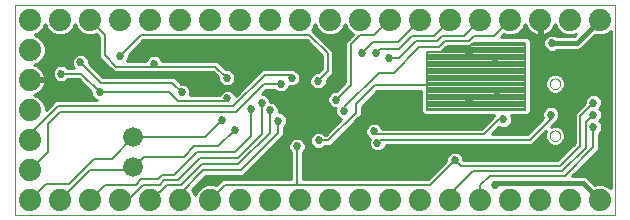
<source format=gbl>
G75*
G70*
%OFA0B0*%
%FSLAX24Y24*%
%IPPOS*%
%LPD*%
%AMOC8*
5,1,8,0,0,1.08239X$1,22.5*
%
%ADD10C,0.0000*%
%ADD11C,0.0660*%
%ADD12C,0.0740*%
%ADD13C,0.0270*%
%ADD14C,0.0100*%
%ADD15C,0.0080*%
%ADD16C,0.0160*%
D10*
X001050Y000150D02*
X001050Y007150D01*
X021050Y007150D01*
X021050Y000150D01*
X001050Y000150D01*
X018873Y002784D02*
X018875Y002810D01*
X018881Y002836D01*
X018891Y002861D01*
X018904Y002884D01*
X018920Y002904D01*
X018940Y002922D01*
X018962Y002937D01*
X018985Y002949D01*
X019011Y002957D01*
X019037Y002961D01*
X019063Y002961D01*
X019089Y002957D01*
X019115Y002949D01*
X019139Y002937D01*
X019160Y002922D01*
X019180Y002904D01*
X019196Y002884D01*
X019209Y002861D01*
X019219Y002836D01*
X019225Y002810D01*
X019227Y002784D01*
X019225Y002758D01*
X019219Y002732D01*
X019209Y002707D01*
X019196Y002684D01*
X019180Y002664D01*
X019160Y002646D01*
X019138Y002631D01*
X019115Y002619D01*
X019089Y002611D01*
X019063Y002607D01*
X019037Y002607D01*
X019011Y002611D01*
X018985Y002619D01*
X018961Y002631D01*
X018940Y002646D01*
X018920Y002664D01*
X018904Y002684D01*
X018891Y002707D01*
X018881Y002732D01*
X018875Y002758D01*
X018873Y002784D01*
X018873Y004516D02*
X018875Y004542D01*
X018881Y004568D01*
X018891Y004593D01*
X018904Y004616D01*
X018920Y004636D01*
X018940Y004654D01*
X018962Y004669D01*
X018985Y004681D01*
X019011Y004689D01*
X019037Y004693D01*
X019063Y004693D01*
X019089Y004689D01*
X019115Y004681D01*
X019139Y004669D01*
X019160Y004654D01*
X019180Y004636D01*
X019196Y004616D01*
X019209Y004593D01*
X019219Y004568D01*
X019225Y004542D01*
X019227Y004516D01*
X019225Y004490D01*
X019219Y004464D01*
X019209Y004439D01*
X019196Y004416D01*
X019180Y004396D01*
X019160Y004378D01*
X019138Y004363D01*
X019115Y004351D01*
X019089Y004343D01*
X019063Y004339D01*
X019037Y004339D01*
X019011Y004343D01*
X018985Y004351D01*
X018961Y004363D01*
X018940Y004378D01*
X018920Y004396D01*
X018904Y004416D01*
X018891Y004439D01*
X018881Y004464D01*
X018875Y004490D01*
X018873Y004516D01*
D11*
X004990Y002730D03*
X004990Y001730D03*
D12*
X004550Y000650D03*
X003550Y000650D03*
X002550Y000650D03*
X001550Y000650D03*
X001550Y001650D03*
X001550Y002650D03*
X001550Y003650D03*
X001550Y004650D03*
X001550Y005650D03*
X001550Y006650D03*
X002550Y006650D03*
X003550Y006650D03*
X004550Y006650D03*
X005550Y006650D03*
X006550Y006650D03*
X007550Y006650D03*
X008550Y006650D03*
X009550Y006650D03*
X010550Y006650D03*
X011550Y006650D03*
X012550Y006650D03*
X013550Y006650D03*
X014550Y006650D03*
X015550Y006650D03*
X016550Y006650D03*
X017550Y006650D03*
X018550Y006650D03*
X019550Y006650D03*
X020550Y006650D03*
X020550Y000650D03*
X019550Y000650D03*
X018550Y000650D03*
X017550Y000650D03*
X016550Y000650D03*
X015550Y000650D03*
X014550Y000650D03*
X013550Y000650D03*
X012550Y000650D03*
X011550Y000650D03*
X010550Y000650D03*
X009550Y000650D03*
X008550Y000650D03*
X007550Y000650D03*
X006550Y000650D03*
X005550Y000650D03*
D13*
X009130Y001710D03*
X010450Y002430D03*
X011170Y002630D03*
X009830Y003290D03*
X009550Y003630D03*
X008930Y003670D03*
X009270Y003890D03*
X008130Y004030D03*
X006610Y004230D03*
X008110Y004710D03*
X008690Y005210D03*
X010270Y004710D03*
X009910Y004510D03*
X011150Y004610D03*
X011750Y003990D03*
X012010Y003610D03*
X012810Y003650D03*
X014490Y004010D03*
X016190Y003990D03*
X017130Y004290D03*
X018910Y003490D03*
X020330Y003490D03*
X020330Y003070D03*
X020330Y003890D03*
X017330Y003330D03*
X019050Y002090D03*
X017050Y001150D03*
X015710Y001970D03*
X013130Y002550D03*
X013010Y002930D03*
X008370Y002990D03*
X007950Y003310D03*
X003870Y004230D03*
X003290Y004150D03*
X002590Y004850D03*
X003230Y005230D03*
X004550Y005450D03*
X005690Y005190D03*
X011770Y005350D03*
X012610Y005530D03*
X013090Y005530D03*
X013510Y005370D03*
X016190Y005550D03*
X017050Y005350D03*
X018950Y005870D03*
D14*
X018665Y005863D02*
X018240Y005863D01*
X018240Y005962D02*
X018679Y005962D01*
X018665Y005927D02*
X018665Y005813D01*
X018708Y005709D01*
X018789Y005628D01*
X018893Y005585D01*
X019007Y005585D01*
X019111Y005628D01*
X019123Y005640D01*
X019865Y005640D01*
X020382Y006157D01*
X020447Y006130D01*
X020653Y006130D01*
X020845Y006209D01*
X020900Y006265D01*
X020900Y001035D01*
X020845Y001091D01*
X020653Y001170D01*
X020447Y001170D01*
X020382Y001143D01*
X020085Y001440D01*
X019629Y001440D01*
X020409Y002220D01*
X020520Y002331D01*
X020520Y002857D01*
X020572Y002909D01*
X020615Y003013D01*
X020615Y003127D01*
X020572Y003231D01*
X020523Y003280D01*
X020572Y003329D01*
X020615Y003433D01*
X020615Y003547D01*
X020572Y003651D01*
X020533Y003690D01*
X020572Y003729D01*
X020615Y003833D01*
X020615Y003947D01*
X020572Y004051D01*
X020491Y004132D01*
X020387Y004175D01*
X020273Y004175D01*
X020169Y004132D01*
X020088Y004051D01*
X020045Y003947D01*
X020045Y003874D01*
X019700Y003529D01*
X019700Y002529D01*
X019131Y001960D01*
X015995Y001960D01*
X015995Y002027D01*
X015952Y002131D01*
X015871Y002212D01*
X015767Y002255D01*
X015653Y002255D01*
X015549Y002212D01*
X015468Y002131D01*
X015425Y002027D01*
X015425Y001954D01*
X014811Y001340D01*
X010640Y001340D01*
X010640Y002217D01*
X010692Y002269D01*
X010735Y002373D01*
X010735Y002487D01*
X010692Y002591D01*
X010611Y002672D01*
X010507Y002715D01*
X010393Y002715D01*
X010289Y002672D01*
X010208Y002591D01*
X010165Y002487D01*
X010165Y002373D01*
X010208Y002269D01*
X010260Y002217D01*
X010260Y001340D01*
X007971Y001340D01*
X007860Y001229D01*
X007758Y001127D01*
X007653Y001170D01*
X007447Y001170D01*
X007255Y001091D01*
X007109Y000945D01*
X007050Y000802D01*
X006991Y000945D01*
X006952Y000983D01*
X007409Y001440D01*
X008649Y001440D01*
X009909Y002700D01*
X010020Y002811D01*
X010020Y003077D01*
X010072Y003129D01*
X010115Y003233D01*
X010115Y003347D01*
X010072Y003451D01*
X009991Y003532D01*
X009887Y003575D01*
X009835Y003575D01*
X009835Y003687D01*
X009792Y003791D01*
X009711Y003872D01*
X009607Y003915D01*
X009555Y003915D01*
X009555Y003947D01*
X009512Y004051D01*
X009431Y004132D01*
X009327Y004175D01*
X009284Y004175D01*
X009429Y004320D01*
X009697Y004320D01*
X009749Y004268D01*
X009853Y004225D01*
X009967Y004225D01*
X010071Y004268D01*
X010152Y004349D01*
X010188Y004436D01*
X010213Y004425D01*
X010327Y004425D01*
X010431Y004468D01*
X010512Y004549D01*
X010555Y004653D01*
X010555Y004767D01*
X010512Y004871D01*
X010431Y004952D01*
X010327Y004995D01*
X010254Y004995D01*
X010249Y005000D01*
X009291Y005000D01*
X008404Y004113D01*
X008372Y004191D01*
X008291Y004272D01*
X008187Y004315D01*
X008073Y004315D01*
X007969Y004272D01*
X007888Y004191D01*
X007867Y004140D01*
X006881Y004140D01*
X006895Y004173D01*
X006895Y004287D01*
X008006Y004287D01*
X007887Y004189D02*
X006895Y004189D01*
X006895Y004287D02*
X006852Y004391D01*
X006771Y004472D01*
X006667Y004515D01*
X006594Y004515D01*
X006369Y004740D01*
X003989Y004740D01*
X003515Y005214D01*
X003515Y005287D01*
X003472Y005391D01*
X003391Y005472D01*
X003287Y005515D01*
X003173Y005515D01*
X003069Y005472D01*
X002988Y005391D01*
X002945Y005287D01*
X002945Y005173D01*
X002988Y005069D01*
X003017Y005040D01*
X002803Y005040D01*
X002751Y005092D01*
X002647Y005135D01*
X002533Y005135D01*
X002429Y005092D01*
X002348Y005011D01*
X002305Y004907D01*
X002305Y004793D01*
X002348Y004689D01*
X002429Y004608D01*
X002533Y004565D01*
X002647Y004565D01*
X002751Y004608D01*
X002803Y004660D01*
X003171Y004660D01*
X003585Y004246D01*
X003585Y004173D01*
X003628Y004069D01*
X003709Y003988D01*
X003777Y003960D01*
X002391Y003960D01*
X002280Y003849D01*
X002070Y003639D01*
X002070Y003753D01*
X001991Y003945D01*
X001845Y004091D01*
X001698Y004151D01*
X001750Y004168D01*
X001823Y004205D01*
X001889Y004253D01*
X001947Y004311D01*
X001995Y004377D01*
X002032Y004450D01*
X002057Y004528D01*
X002069Y004600D01*
X001600Y004600D01*
X001600Y004700D01*
X002069Y004700D01*
X002057Y004772D01*
X002032Y004850D01*
X001995Y004923D01*
X001947Y004989D01*
X001889Y005047D01*
X001823Y005095D01*
X001750Y005132D01*
X001698Y005149D01*
X001845Y005209D01*
X001991Y005355D01*
X002070Y005547D01*
X002070Y005753D01*
X001991Y005945D01*
X001845Y006091D01*
X001702Y006150D01*
X001845Y006209D01*
X001991Y006355D01*
X002050Y006498D01*
X002109Y006355D01*
X002255Y006209D01*
X002447Y006130D01*
X002653Y006130D01*
X002845Y006209D01*
X002991Y006355D01*
X003050Y006498D01*
X003109Y006355D01*
X003255Y006209D01*
X003447Y006130D01*
X003653Y006130D01*
X003758Y006173D01*
X003860Y006071D01*
X003860Y005391D01*
X004240Y005011D01*
X004351Y004900D01*
X007651Y004900D01*
X007825Y004726D01*
X007825Y004653D01*
X007868Y004549D01*
X007949Y004468D01*
X008053Y004425D01*
X008167Y004425D01*
X008271Y004468D01*
X008352Y004549D01*
X008395Y004653D01*
X008395Y004767D01*
X008352Y004871D01*
X008271Y004952D01*
X008167Y004995D01*
X008094Y004995D01*
X007920Y005169D01*
X007809Y005280D01*
X005961Y005280D01*
X005932Y005351D01*
X005851Y005432D01*
X005747Y005475D01*
X005633Y005475D01*
X005529Y005432D01*
X005448Y005351D01*
X005419Y005280D01*
X004783Y005280D01*
X004792Y005289D01*
X004835Y005393D01*
X004835Y005466D01*
X005329Y005960D01*
X010771Y005960D01*
X011280Y005451D01*
X011280Y005009D01*
X011166Y004895D01*
X011093Y004895D01*
X010989Y004852D01*
X010908Y004771D01*
X010865Y004667D01*
X010865Y004553D01*
X010908Y004449D01*
X010989Y004368D01*
X011093Y004325D01*
X011207Y004325D01*
X011311Y004368D01*
X011392Y004449D01*
X011435Y004553D01*
X011435Y004626D01*
X011660Y004851D01*
X011660Y005609D01*
X011549Y005720D01*
X010952Y006317D01*
X010991Y006355D01*
X011050Y006498D01*
X011109Y006355D01*
X011255Y006209D01*
X011447Y006130D01*
X011653Y006130D01*
X011845Y006209D01*
X011991Y006355D01*
X012050Y006498D01*
X012109Y006355D01*
X012255Y006209D01*
X012330Y006178D01*
X012171Y006020D01*
X012060Y005909D01*
X012060Y004569D01*
X011766Y004275D01*
X011693Y004275D01*
X011589Y004232D01*
X011508Y004151D01*
X011465Y004047D01*
X011465Y003933D01*
X011508Y003829D01*
X011589Y003748D01*
X011693Y003705D01*
X011741Y003705D01*
X011725Y003667D01*
X011725Y003553D01*
X011768Y003449D01*
X011849Y003368D01*
X011927Y003336D01*
X011411Y002820D01*
X011383Y002820D01*
X011331Y002872D01*
X011227Y002915D01*
X011113Y002915D01*
X011009Y002872D01*
X010928Y002791D01*
X010885Y002687D01*
X010885Y002573D01*
X010928Y002469D01*
X011009Y002388D01*
X011113Y002345D01*
X011227Y002345D01*
X011331Y002388D01*
X011383Y002440D01*
X011569Y002440D01*
X012489Y003360D01*
X012600Y003471D01*
X012600Y003751D01*
X013129Y004280D01*
X014580Y004280D01*
X014580Y003571D01*
X014691Y003460D01*
X017031Y003460D01*
X016980Y003409D01*
X016591Y003020D01*
X013281Y003020D01*
X013252Y003091D01*
X013171Y003172D01*
X013067Y003215D01*
X012953Y003215D01*
X012849Y003172D01*
X012768Y003091D01*
X012725Y002987D01*
X012725Y002873D01*
X012768Y002769D01*
X012849Y002688D01*
X012874Y002678D01*
X012845Y002607D01*
X012845Y002493D01*
X012888Y002389D01*
X012969Y002308D01*
X013073Y002265D01*
X013187Y002265D01*
X013291Y002308D01*
X013372Y002389D01*
X013401Y002460D01*
X018289Y002460D01*
X018755Y002926D01*
X018723Y002849D01*
X018723Y002719D01*
X018773Y002599D01*
X018865Y002507D01*
X018985Y002457D01*
X019115Y002457D01*
X019235Y002507D01*
X019327Y002599D01*
X019377Y002719D01*
X019377Y002849D01*
X019327Y002969D01*
X019235Y003061D01*
X019115Y003111D01*
X018985Y003111D01*
X018908Y003079D01*
X019100Y003271D01*
X019100Y003277D01*
X019152Y003329D01*
X019195Y003433D01*
X019195Y003547D01*
X019152Y003651D01*
X019071Y003732D01*
X018967Y003775D01*
X018853Y003775D01*
X018749Y003732D01*
X018668Y003651D01*
X018625Y003547D01*
X018625Y003433D01*
X018654Y003363D01*
X018131Y002840D01*
X016949Y002840D01*
X017189Y003080D01*
X017273Y003045D01*
X017387Y003045D01*
X017491Y003088D01*
X017572Y003169D01*
X017615Y003273D01*
X017615Y003387D01*
X017585Y003460D01*
X018129Y003460D01*
X018240Y003571D01*
X018240Y005969D01*
X018129Y006080D01*
X017249Y006080D01*
X017342Y006173D01*
X017447Y006130D01*
X017653Y006130D01*
X017845Y006209D01*
X017991Y006355D01*
X018051Y006502D01*
X018068Y006450D01*
X018105Y006377D01*
X018153Y006311D01*
X018211Y006253D01*
X018277Y006205D01*
X018350Y006168D01*
X018428Y006143D01*
X018500Y006131D01*
X018500Y006600D01*
X018600Y006600D01*
X018600Y006131D01*
X018672Y006143D01*
X018750Y006168D01*
X018823Y006205D01*
X018889Y006253D01*
X018947Y006311D01*
X018995Y006377D01*
X019032Y006450D01*
X019049Y006502D01*
X019109Y006355D01*
X019255Y006209D01*
X019447Y006130D01*
X019653Y006130D01*
X019741Y006166D01*
X019675Y006100D01*
X019123Y006100D01*
X019111Y006112D01*
X019007Y006155D01*
X018893Y006155D01*
X018789Y006112D01*
X018708Y006031D01*
X018665Y005927D01*
X018737Y006060D02*
X018149Y006060D01*
X018380Y006159D02*
X017722Y006159D01*
X017892Y006257D02*
X018208Y006257D01*
X018121Y006356D02*
X017991Y006356D01*
X018032Y006454D02*
X018067Y006454D01*
X018500Y006454D02*
X018600Y006454D01*
X018600Y006356D02*
X018500Y006356D01*
X018500Y006257D02*
X018600Y006257D01*
X018600Y006159D02*
X018500Y006159D01*
X018720Y006159D02*
X019378Y006159D01*
X019208Y006257D02*
X018892Y006257D01*
X018979Y006356D02*
X019109Y006356D01*
X019068Y006454D02*
X019033Y006454D01*
X018600Y006553D02*
X018500Y006553D01*
X017378Y006159D02*
X017327Y006159D01*
X018240Y005765D02*
X018685Y005765D01*
X018751Y005666D02*
X018240Y005666D01*
X018240Y005568D02*
X020900Y005568D01*
X020900Y005666D02*
X019891Y005666D01*
X019990Y005765D02*
X020900Y005765D01*
X020900Y005863D02*
X020088Y005863D01*
X020187Y005962D02*
X020900Y005962D01*
X020900Y006060D02*
X020285Y006060D01*
X020722Y006159D02*
X020900Y006159D01*
X020892Y006257D02*
X020900Y006257D01*
X019733Y006159D02*
X019722Y006159D01*
X020900Y005469D02*
X018240Y005469D01*
X018240Y005371D02*
X020900Y005371D01*
X020900Y005272D02*
X018240Y005272D01*
X018240Y005174D02*
X020900Y005174D01*
X020900Y005075D02*
X018240Y005075D01*
X018240Y004977D02*
X020900Y004977D01*
X020900Y004878D02*
X018240Y004878D01*
X018240Y004780D02*
X018851Y004780D01*
X018865Y004793D02*
X018773Y004701D01*
X018723Y004581D01*
X018723Y004451D01*
X018773Y004331D01*
X018865Y004239D01*
X018985Y004189D01*
X019115Y004189D01*
X019235Y004239D01*
X019327Y004331D01*
X019377Y004451D01*
X019377Y004581D01*
X019327Y004701D01*
X019235Y004793D01*
X019115Y004843D01*
X018985Y004843D01*
X018865Y004793D01*
X018764Y004681D02*
X018240Y004681D01*
X018240Y004583D02*
X018723Y004583D01*
X018723Y004484D02*
X018240Y004484D01*
X018240Y004386D02*
X018750Y004386D01*
X018816Y004287D02*
X018240Y004287D01*
X018240Y004189D02*
X020900Y004189D01*
X020900Y004287D02*
X019284Y004287D01*
X019350Y004386D02*
X020900Y004386D01*
X020900Y004484D02*
X019377Y004484D01*
X019377Y004583D02*
X020900Y004583D01*
X020900Y004681D02*
X019336Y004681D01*
X019249Y004780D02*
X020900Y004780D01*
X020900Y004090D02*
X020533Y004090D01*
X020596Y003992D02*
X020900Y003992D01*
X020900Y003893D02*
X020615Y003893D01*
X020599Y003795D02*
X020900Y003795D01*
X020900Y003696D02*
X020539Y003696D01*
X020594Y003598D02*
X020900Y003598D01*
X020900Y003499D02*
X020615Y003499D01*
X020601Y003401D02*
X020900Y003401D01*
X020900Y003302D02*
X020545Y003302D01*
X020583Y003204D02*
X020900Y003204D01*
X020900Y003105D02*
X020615Y003105D01*
X020612Y003007D02*
X020900Y003007D01*
X020900Y002908D02*
X020571Y002908D01*
X020520Y002810D02*
X020900Y002810D01*
X020900Y002711D02*
X020520Y002711D01*
X020520Y002613D02*
X020900Y002613D01*
X020900Y002514D02*
X020520Y002514D01*
X020520Y002416D02*
X020900Y002416D01*
X020900Y002317D02*
X020506Y002317D01*
X020407Y002219D02*
X020900Y002219D01*
X020900Y002120D02*
X020309Y002120D01*
X020210Y002022D02*
X020900Y002022D01*
X020900Y001923D02*
X020112Y001923D01*
X020013Y001825D02*
X020900Y001825D01*
X020900Y001726D02*
X019915Y001726D01*
X019816Y001628D02*
X020900Y001628D01*
X020900Y001529D02*
X019718Y001529D01*
X020095Y001431D02*
X020900Y001431D01*
X020900Y001332D02*
X020193Y001332D01*
X020292Y001234D02*
X020900Y001234D01*
X020900Y001135D02*
X020738Y001135D01*
X020899Y001037D02*
X020900Y001037D01*
X019193Y002022D02*
X015995Y002022D01*
X015956Y002120D02*
X019291Y002120D01*
X019390Y002219D02*
X015855Y002219D01*
X015565Y002219D02*
X010642Y002219D01*
X010640Y002120D02*
X015464Y002120D01*
X015425Y002022D02*
X010640Y002022D01*
X010640Y001923D02*
X015394Y001923D01*
X015296Y001825D02*
X010640Y001825D01*
X010640Y001726D02*
X015197Y001726D01*
X015099Y001628D02*
X010640Y001628D01*
X010640Y001529D02*
X015000Y001529D01*
X014902Y001431D02*
X010640Y001431D01*
X010260Y001431D02*
X007399Y001431D01*
X007301Y001332D02*
X007963Y001332D01*
X007865Y001234D02*
X007202Y001234D01*
X007104Y001135D02*
X007362Y001135D01*
X007201Y001037D02*
X007005Y001037D01*
X006994Y000938D02*
X007106Y000938D01*
X007066Y000840D02*
X007034Y000840D01*
X007738Y001135D02*
X007766Y001135D01*
X008738Y001529D02*
X010260Y001529D01*
X010260Y001628D02*
X008836Y001628D01*
X008935Y001726D02*
X010260Y001726D01*
X010260Y001825D02*
X009033Y001825D01*
X009132Y001923D02*
X010260Y001923D01*
X010260Y002022D02*
X009230Y002022D01*
X009329Y002120D02*
X010260Y002120D01*
X010258Y002219D02*
X009427Y002219D01*
X009526Y002317D02*
X010188Y002317D01*
X010165Y002416D02*
X009624Y002416D01*
X009723Y002514D02*
X010176Y002514D01*
X010229Y002613D02*
X009821Y002613D01*
X009920Y002711D02*
X010384Y002711D01*
X010516Y002711D02*
X010895Y002711D01*
X010946Y002810D02*
X010018Y002810D01*
X010020Y002908D02*
X011096Y002908D01*
X011244Y002908D02*
X011499Y002908D01*
X011598Y003007D02*
X010020Y003007D01*
X010048Y003105D02*
X011696Y003105D01*
X011795Y003204D02*
X010103Y003204D01*
X010115Y003302D02*
X011893Y003302D01*
X011816Y003401D02*
X010093Y003401D01*
X010024Y003499D02*
X011747Y003499D01*
X011725Y003598D02*
X009835Y003598D01*
X009831Y003696D02*
X011737Y003696D01*
X011542Y003795D02*
X009789Y003795D01*
X009660Y003893D02*
X011482Y003893D01*
X011465Y003992D02*
X009536Y003992D01*
X009473Y004090D02*
X011483Y004090D01*
X011545Y004189D02*
X009297Y004189D01*
X009396Y004287D02*
X009730Y004287D01*
X010090Y004287D02*
X011778Y004287D01*
X011877Y004386D02*
X011329Y004386D01*
X011406Y004484D02*
X011975Y004484D01*
X012060Y004583D02*
X011435Y004583D01*
X011490Y004681D02*
X012060Y004681D01*
X012060Y004780D02*
X011588Y004780D01*
X011660Y004878D02*
X012060Y004878D01*
X012060Y004977D02*
X011660Y004977D01*
X011660Y005075D02*
X012060Y005075D01*
X012060Y005174D02*
X011660Y005174D01*
X011660Y005272D02*
X012060Y005272D01*
X012060Y005371D02*
X011660Y005371D01*
X011660Y005469D02*
X012060Y005469D01*
X012060Y005568D02*
X011660Y005568D01*
X011603Y005666D02*
X012060Y005666D01*
X012060Y005765D02*
X011504Y005765D01*
X011406Y005863D02*
X012060Y005863D01*
X012113Y005962D02*
X011307Y005962D01*
X011209Y006060D02*
X012211Y006060D01*
X012310Y006159D02*
X011722Y006159D01*
X011892Y006257D02*
X012208Y006257D01*
X012109Y006356D02*
X011991Y006356D01*
X012032Y006454D02*
X012068Y006454D01*
X011378Y006159D02*
X011110Y006159D01*
X011012Y006257D02*
X011208Y006257D01*
X011109Y006356D02*
X010991Y006356D01*
X011032Y006454D02*
X011068Y006454D01*
X010868Y005863D02*
X005232Y005863D01*
X005133Y005765D02*
X010967Y005765D01*
X011065Y005666D02*
X005035Y005666D01*
X004936Y005568D02*
X011164Y005568D01*
X011262Y005469D02*
X005761Y005469D01*
X005619Y005469D02*
X004838Y005469D01*
X004826Y005371D02*
X005467Y005371D01*
X005913Y005371D02*
X011280Y005371D01*
X011280Y005272D02*
X007817Y005272D01*
X007915Y005174D02*
X011280Y005174D01*
X011280Y005075D02*
X008014Y005075D01*
X007920Y005169D02*
X007920Y005169D01*
X008211Y004977D02*
X009268Y004977D01*
X009169Y004878D02*
X008345Y004878D01*
X008390Y004780D02*
X009071Y004780D01*
X008972Y004681D02*
X008395Y004681D01*
X008366Y004583D02*
X008874Y004583D01*
X008775Y004484D02*
X008287Y004484D01*
X008677Y004386D02*
X006854Y004386D01*
X006742Y004484D02*
X007933Y004484D01*
X007854Y004583D02*
X006526Y004583D01*
X006428Y004681D02*
X007825Y004681D01*
X007772Y004780D02*
X003949Y004780D01*
X003851Y004878D02*
X007673Y004878D01*
X008254Y004287D02*
X008578Y004287D01*
X008480Y004189D02*
X008373Y004189D01*
X010167Y004386D02*
X010971Y004386D01*
X010894Y004484D02*
X010447Y004484D01*
X010526Y004583D02*
X010865Y004583D01*
X010871Y004681D02*
X010555Y004681D01*
X010550Y004780D02*
X010916Y004780D01*
X011052Y004878D02*
X010505Y004878D01*
X010371Y004977D02*
X011248Y004977D01*
X013037Y004189D02*
X014580Y004189D01*
X014580Y004090D02*
X012939Y004090D01*
X012840Y003992D02*
X014580Y003992D01*
X014580Y003893D02*
X012742Y003893D01*
X012643Y003795D02*
X014580Y003795D01*
X014580Y003696D02*
X012600Y003696D01*
X012600Y003598D02*
X014580Y003598D01*
X014652Y003499D02*
X012600Y003499D01*
X012529Y003401D02*
X016972Y003401D01*
X016873Y003302D02*
X012431Y003302D01*
X012332Y003204D02*
X012926Y003204D01*
X013094Y003204D02*
X016775Y003204D01*
X016676Y003105D02*
X013238Y003105D01*
X012782Y003105D02*
X012234Y003105D01*
X012135Y003007D02*
X012733Y003007D01*
X012725Y002908D02*
X012037Y002908D01*
X011938Y002810D02*
X012751Y002810D01*
X012826Y002711D02*
X011840Y002711D01*
X011741Y002613D02*
X012847Y002613D01*
X012845Y002514D02*
X011643Y002514D01*
X011359Y002416D02*
X012877Y002416D01*
X012960Y002317D02*
X010712Y002317D01*
X010735Y002416D02*
X010981Y002416D01*
X010910Y002514D02*
X010724Y002514D01*
X010671Y002613D02*
X010885Y002613D01*
X013300Y002317D02*
X019488Y002317D01*
X019587Y002416D02*
X013383Y002416D01*
X017017Y002908D02*
X018199Y002908D01*
X018298Y003007D02*
X017115Y003007D01*
X017508Y003105D02*
X018396Y003105D01*
X018495Y003204D02*
X017586Y003204D01*
X017615Y003302D02*
X018593Y003302D01*
X018639Y003401D02*
X017609Y003401D01*
X018168Y003499D02*
X018625Y003499D01*
X018646Y003598D02*
X018240Y003598D01*
X018240Y003696D02*
X018713Y003696D01*
X019107Y003696D02*
X019867Y003696D01*
X019769Y003598D02*
X019174Y003598D01*
X019195Y003499D02*
X019700Y003499D01*
X019700Y003401D02*
X019181Y003401D01*
X019125Y003302D02*
X019700Y003302D01*
X019700Y003204D02*
X019032Y003204D01*
X018970Y003105D02*
X018934Y003105D01*
X019130Y003105D02*
X019700Y003105D01*
X019700Y003007D02*
X019290Y003007D01*
X019353Y002908D02*
X019700Y002908D01*
X019700Y002810D02*
X019377Y002810D01*
X019374Y002711D02*
X019700Y002711D01*
X019700Y002613D02*
X019333Y002613D01*
X019243Y002514D02*
X019685Y002514D01*
X018857Y002514D02*
X018343Y002514D01*
X018441Y002613D02*
X018767Y002613D01*
X018726Y002711D02*
X018540Y002711D01*
X018638Y002810D02*
X018723Y002810D01*
X018737Y002908D02*
X018747Y002908D01*
X018240Y003795D02*
X019966Y003795D01*
X020045Y003893D02*
X018240Y003893D01*
X018240Y003992D02*
X020064Y003992D01*
X020127Y004090D02*
X018240Y004090D01*
X004275Y004977D02*
X003752Y004977D01*
X003654Y005075D02*
X004176Y005075D01*
X004240Y005011D02*
X004240Y005011D01*
X004078Y005174D02*
X003555Y005174D01*
X003515Y005272D02*
X003979Y005272D01*
X003881Y005371D02*
X003480Y005371D01*
X003394Y005469D02*
X003860Y005469D01*
X003860Y005568D02*
X002070Y005568D01*
X002070Y005666D02*
X003860Y005666D01*
X003860Y005765D02*
X002065Y005765D01*
X002025Y005863D02*
X003860Y005863D01*
X003860Y005962D02*
X001974Y005962D01*
X001875Y006060D02*
X003860Y006060D01*
X003773Y006159D02*
X003722Y006159D01*
X003378Y006159D02*
X002722Y006159D01*
X002892Y006257D02*
X003208Y006257D01*
X003109Y006356D02*
X002991Y006356D01*
X003032Y006454D02*
X003068Y006454D01*
X002378Y006159D02*
X001722Y006159D01*
X001892Y006257D02*
X002208Y006257D01*
X002109Y006356D02*
X001991Y006356D01*
X002032Y006454D02*
X002068Y006454D01*
X002038Y005469D02*
X003066Y005469D01*
X002980Y005371D02*
X001997Y005371D01*
X001907Y005272D02*
X002945Y005272D01*
X002945Y005174D02*
X001758Y005174D01*
X001850Y005075D02*
X002412Y005075D01*
X002334Y004977D02*
X001956Y004977D01*
X002017Y004878D02*
X002305Y004878D01*
X002311Y004780D02*
X002055Y004780D01*
X002356Y004681D02*
X001600Y004681D01*
X002066Y004583D02*
X002491Y004583D01*
X002689Y004583D02*
X003249Y004583D01*
X003347Y004484D02*
X002043Y004484D01*
X001999Y004386D02*
X003446Y004386D01*
X003544Y004287D02*
X001922Y004287D01*
X001790Y004189D02*
X003585Y004189D01*
X003620Y004090D02*
X001845Y004090D01*
X001944Y003992D02*
X003705Y003992D01*
X002324Y003893D02*
X002012Y003893D01*
X002053Y003795D02*
X002226Y003795D01*
X002127Y003696D02*
X002070Y003696D01*
X002768Y005075D02*
X002986Y005075D01*
D15*
X003230Y005230D02*
X003910Y004550D01*
X006290Y004550D01*
X006610Y004230D01*
X006470Y003950D02*
X006190Y004230D01*
X003870Y004230D01*
X003250Y004850D01*
X002590Y004850D01*
X004050Y005470D02*
X004430Y005090D01*
X005696Y005090D01*
X005696Y005184D01*
X005690Y005190D01*
X005696Y005090D02*
X007730Y005090D01*
X008110Y004710D01*
X008330Y003770D02*
X009370Y004810D01*
X010170Y004810D01*
X010270Y004710D01*
X009910Y004510D02*
X009350Y004510D01*
X008430Y003590D01*
X002550Y003590D01*
X002150Y003190D01*
X002150Y002250D01*
X001550Y001650D01*
X002090Y001190D02*
X002850Y001190D01*
X003670Y002010D01*
X004270Y002010D01*
X004990Y002730D01*
X007370Y002730D01*
X007950Y003310D01*
X008370Y002990D02*
X007830Y002450D01*
X007030Y002450D01*
X006670Y002090D01*
X005350Y002090D01*
X004990Y001730D01*
X004910Y001650D01*
X003550Y001650D01*
X002550Y000650D01*
X003550Y000650D02*
X004050Y001150D01*
X005070Y001150D01*
X005250Y001330D01*
X005810Y001330D01*
X005950Y001470D01*
X006350Y001470D01*
X007110Y002230D01*
X008390Y002230D01*
X008930Y002770D01*
X008930Y003670D01*
X009270Y003890D02*
X009270Y002850D01*
X008470Y002050D01*
X007210Y002050D01*
X006470Y001310D01*
X006030Y001310D01*
X005870Y001150D01*
X005310Y001150D01*
X004810Y000650D01*
X004550Y000650D01*
X005550Y000650D02*
X005810Y000910D01*
X005890Y000910D01*
X006130Y001150D01*
X006590Y001150D01*
X007270Y001830D01*
X008490Y001830D01*
X009550Y002890D01*
X009550Y003630D01*
X009830Y003290D02*
X009830Y002890D01*
X008570Y001630D01*
X007330Y001630D01*
X006550Y000850D01*
X006550Y000650D01*
X007550Y000650D02*
X008050Y001150D01*
X010450Y001150D01*
X010450Y002430D01*
X011170Y002630D02*
X011490Y002630D01*
X012410Y003550D01*
X012410Y003830D01*
X013050Y004470D01*
X014930Y004470D01*
X014770Y004468D02*
X018050Y004468D01*
X018050Y004546D02*
X014770Y004546D01*
X014770Y004625D02*
X018050Y004625D01*
X018050Y004703D02*
X014770Y004703D01*
X014770Y004782D02*
X018050Y004782D01*
X018050Y004860D02*
X014770Y004860D01*
X014770Y004939D02*
X018050Y004939D01*
X018050Y005017D02*
X014770Y005017D01*
X014770Y005096D02*
X018050Y005096D01*
X018050Y005174D02*
X014770Y005174D01*
X014770Y005253D02*
X018050Y005253D01*
X018050Y005331D02*
X014770Y005331D01*
X014770Y005410D02*
X018050Y005410D01*
X018050Y005488D02*
X014770Y005488D01*
X014770Y005567D02*
X018050Y005567D01*
X018050Y005645D02*
X015303Y005645D01*
X015248Y005590D02*
X015448Y005790D01*
X016228Y005790D01*
X016328Y005890D01*
X018050Y005890D01*
X018050Y003650D01*
X014770Y003650D01*
X014770Y005590D01*
X015248Y005590D01*
X015190Y005730D02*
X015390Y005930D01*
X016170Y005930D01*
X016350Y006110D01*
X017010Y006110D01*
X017550Y006650D01*
X016550Y006650D02*
X016010Y006110D01*
X015290Y006110D01*
X015110Y005930D01*
X014410Y005930D01*
X013850Y005370D01*
X013510Y005370D01*
X013230Y005670D02*
X013090Y005530D01*
X013230Y005670D02*
X013850Y005670D01*
X014290Y006110D01*
X015010Y006110D01*
X015550Y006650D01*
X014550Y006650D02*
X013810Y005910D01*
X012990Y005910D01*
X012610Y005530D01*
X012250Y005830D02*
X012250Y004490D01*
X011750Y003990D01*
X012010Y003730D02*
X013170Y004890D01*
X013670Y004890D01*
X014490Y005710D01*
X014490Y005730D01*
X015190Y005730D01*
X015382Y005724D02*
X018050Y005724D01*
X018050Y005802D02*
X016240Y005802D01*
X016319Y005881D02*
X018050Y005881D01*
X018050Y004389D02*
X014770Y004389D01*
X014770Y004311D02*
X018050Y004311D01*
X018050Y004232D02*
X014770Y004232D01*
X014770Y004154D02*
X018050Y004154D01*
X018050Y004075D02*
X014770Y004075D01*
X014770Y003997D02*
X018050Y003997D01*
X018050Y003918D02*
X014770Y003918D01*
X014770Y003840D02*
X018050Y003840D01*
X018050Y003761D02*
X014770Y003761D01*
X014770Y003683D02*
X018050Y003683D01*
X018910Y003490D02*
X018910Y003350D01*
X018210Y002650D01*
X013230Y002650D01*
X013130Y002550D01*
X013110Y002830D02*
X016670Y002830D01*
X017170Y003330D01*
X017330Y003330D01*
X019210Y001770D02*
X019890Y002450D01*
X019890Y003450D01*
X020330Y003890D01*
X020330Y003490D02*
X020070Y003230D01*
X020070Y002390D01*
X019290Y001610D01*
X016310Y001610D01*
X015550Y000850D01*
X015550Y000650D01*
X016550Y000650D02*
X016550Y001130D01*
X016870Y001450D01*
X019370Y001450D01*
X020330Y002410D01*
X020330Y003070D01*
X019210Y001770D02*
X015910Y001770D01*
X015710Y001970D01*
X014890Y001150D01*
X010450Y001150D01*
X013010Y002930D02*
X013110Y002830D01*
X012010Y003610D02*
X012010Y003730D01*
X011150Y004610D02*
X011470Y004930D01*
X011470Y005530D01*
X010850Y006150D01*
X005250Y006150D01*
X004550Y005450D01*
X004050Y005470D02*
X004050Y006150D01*
X003550Y006650D01*
X008050Y003950D02*
X008130Y004030D01*
X008050Y003950D02*
X006470Y003950D01*
X008330Y003770D02*
X002470Y003770D01*
X001550Y002850D01*
X001550Y002650D01*
X002090Y001190D02*
X001550Y000650D01*
X012250Y005830D02*
X012550Y006130D01*
X013030Y006130D01*
X013550Y006650D01*
D16*
X018950Y005870D02*
X019770Y005870D01*
X020550Y006650D01*
X019990Y001210D02*
X017130Y001210D01*
X017070Y001150D01*
X017050Y001150D01*
X019990Y001210D02*
X020550Y000650D01*
M02*

</source>
